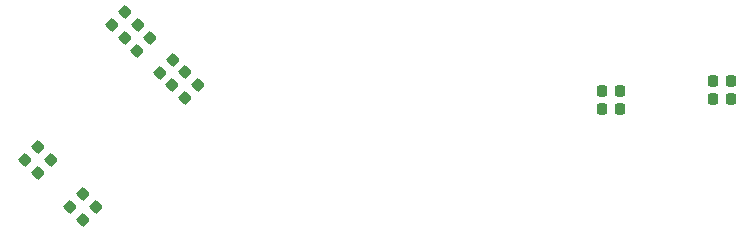
<source format=gbp>
G04 #@! TF.GenerationSoftware,KiCad,Pcbnew,7.0.8*
G04 #@! TF.CreationDate,2023-11-02T14:20:24+02:00*
G04 #@! TF.ProjectId,ssd2828_board,73736432-3832-4385-9f62-6f6172642e6b,rev?*
G04 #@! TF.SameCoordinates,Original*
G04 #@! TF.FileFunction,Paste,Bot*
G04 #@! TF.FilePolarity,Positive*
%FSLAX46Y46*%
G04 Gerber Fmt 4.6, Leading zero omitted, Abs format (unit mm)*
G04 Created by KiCad (PCBNEW 7.0.8) date 2023-11-02 14:20:24*
%MOMM*%
%LPD*%
G01*
G04 APERTURE LIST*
G04 Aperture macros list*
%AMRoundRect*
0 Rectangle with rounded corners*
0 $1 Rounding radius*
0 $2 $3 $4 $5 $6 $7 $8 $9 X,Y pos of 4 corners*
0 Add a 4 corners polygon primitive as box body*
4,1,4,$2,$3,$4,$5,$6,$7,$8,$9,$2,$3,0*
0 Add four circle primitives for the rounded corners*
1,1,$1+$1,$2,$3*
1,1,$1+$1,$4,$5*
1,1,$1+$1,$6,$7*
1,1,$1+$1,$8,$9*
0 Add four rect primitives between the rounded corners*
20,1,$1+$1,$2,$3,$4,$5,0*
20,1,$1+$1,$4,$5,$6,$7,0*
20,1,$1+$1,$6,$7,$8,$9,0*
20,1,$1+$1,$8,$9,$2,$3,0*%
G04 Aperture macros list end*
%ADD10RoundRect,0.225000X-0.017678X0.335876X-0.335876X0.017678X0.017678X-0.335876X0.335876X-0.017678X0*%
%ADD11RoundRect,0.225000X-0.225000X-0.250000X0.225000X-0.250000X0.225000X0.250000X-0.225000X0.250000X0*%
%ADD12RoundRect,0.225000X0.017678X-0.335876X0.335876X-0.017678X-0.017678X0.335876X-0.335876X0.017678X0*%
%ADD13RoundRect,0.225000X0.225000X0.250000X-0.225000X0.250000X-0.225000X-0.250000X0.225000X-0.250000X0*%
G04 APERTURE END LIST*
D10*
X74385808Y-70380992D03*
X73289792Y-71477008D03*
D11*
X126606000Y-59715400D03*
X128156000Y-59715400D03*
X126606000Y-61264799D03*
X128156000Y-61264799D03*
D12*
X75778992Y-55005608D03*
X76875008Y-53909592D03*
X77912592Y-57139208D03*
X79008608Y-56043192D03*
X80848200Y-60096400D03*
X81944216Y-59000384D03*
D13*
X118808800Y-60528200D03*
X117258800Y-60528200D03*
D12*
X81925792Y-61164608D03*
X83021808Y-60068592D03*
D13*
X118808800Y-62103000D03*
X117258800Y-62103000D03*
D10*
X70575808Y-66418592D03*
X69479792Y-67514608D03*
X73268208Y-69263392D03*
X72172192Y-70359408D03*
D12*
X76845792Y-56084608D03*
X77941808Y-54988592D03*
D10*
X69458208Y-65300992D03*
X68362192Y-66397008D03*
D12*
X79792192Y-59018808D03*
X80888208Y-57922792D03*
M02*

</source>
